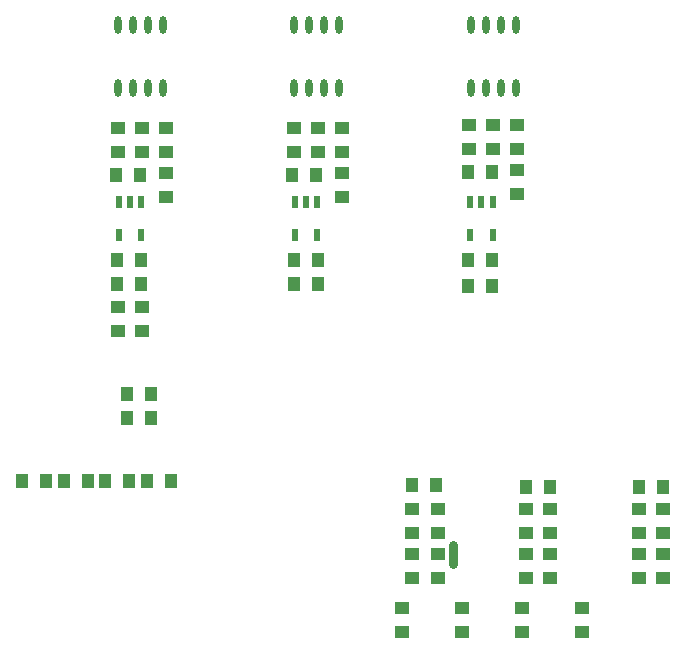
<source format=gtp>
G04 Layer_Color=8421504*
%FSLAX25Y25*%
%MOIN*%
G70*
G01*
G75*
%ADD10R,0.05000X0.04000*%
%ADD11R,0.04000X0.05000*%
%ADD12R,0.02362X0.03937*%
%ADD13O,0.02362X0.05906*%
%ADD15C,0.03000*%
D10*
X-42500Y43500D02*
D03*
Y35500D02*
D03*
X-62500Y43500D02*
D03*
Y35500D02*
D03*
X-82500Y43500D02*
D03*
Y35500D02*
D03*
X-102500Y43500D02*
D03*
Y35500D02*
D03*
X-90500Y53500D02*
D03*
Y61500D02*
D03*
X-99000D02*
D03*
Y53500D02*
D03*
Y76500D02*
D03*
Y68500D02*
D03*
X-90500Y76500D02*
D03*
Y68500D02*
D03*
X-53000Y53500D02*
D03*
Y61500D02*
D03*
X-61000D02*
D03*
Y53500D02*
D03*
X-53000Y76500D02*
D03*
Y68500D02*
D03*
X-61000Y76500D02*
D03*
Y68500D02*
D03*
X-23500Y61500D02*
D03*
Y53500D02*
D03*
X-15500D02*
D03*
Y61500D02*
D03*
Y76500D02*
D03*
Y68500D02*
D03*
X-23500Y76500D02*
D03*
Y68500D02*
D03*
X-197158Y203500D02*
D03*
Y195500D02*
D03*
X-189157Y203500D02*
D03*
Y195500D02*
D03*
X-181158Y203500D02*
D03*
Y195500D02*
D03*
Y180500D02*
D03*
Y188500D02*
D03*
X-138500Y203500D02*
D03*
Y195500D02*
D03*
X-122500Y203500D02*
D03*
Y195500D02*
D03*
X-130500Y203500D02*
D03*
Y195500D02*
D03*
X-122500Y180500D02*
D03*
Y188500D02*
D03*
X-64000Y181500D02*
D03*
Y189500D02*
D03*
Y204500D02*
D03*
Y196500D02*
D03*
X-80000Y204500D02*
D03*
Y196500D02*
D03*
X-72000Y204500D02*
D03*
Y196500D02*
D03*
X-197000Y144000D02*
D03*
Y136000D02*
D03*
X-189000Y144000D02*
D03*
Y136000D02*
D03*
D11*
X-229000Y86000D02*
D03*
X-221000D02*
D03*
X-215000D02*
D03*
X-207000D02*
D03*
X-179500D02*
D03*
X-187500D02*
D03*
X-193500D02*
D03*
X-201500D02*
D03*
X-99000Y84500D02*
D03*
X-91000D02*
D03*
X-61000Y84000D02*
D03*
X-53000D02*
D03*
X-23500D02*
D03*
X-15500D02*
D03*
X-189657Y188000D02*
D03*
X-197658D02*
D03*
X-197500Y159500D02*
D03*
X-189500D02*
D03*
Y151500D02*
D03*
X-197500D02*
D03*
X-131000Y188000D02*
D03*
X-139000D02*
D03*
X-138500Y159500D02*
D03*
X-130500D02*
D03*
Y151500D02*
D03*
X-138500D02*
D03*
X-72500Y151000D02*
D03*
X-80500D02*
D03*
Y159500D02*
D03*
X-72500D02*
D03*
Y189000D02*
D03*
X-80500D02*
D03*
X-186000Y115000D02*
D03*
X-194000D02*
D03*
X-186000Y107000D02*
D03*
X-194000D02*
D03*
D12*
X-189417Y178913D02*
D03*
X-193157D02*
D03*
X-196898D02*
D03*
Y168087D02*
D03*
X-189417D02*
D03*
X-130760Y178913D02*
D03*
X-134500D02*
D03*
X-138240D02*
D03*
Y168087D02*
D03*
X-130760D02*
D03*
X-72260Y178913D02*
D03*
X-76000D02*
D03*
X-79740D02*
D03*
Y168087D02*
D03*
X-72260D02*
D03*
D13*
X-197000Y216870D02*
D03*
X-192000D02*
D03*
X-187000D02*
D03*
X-182000D02*
D03*
X-197000Y238130D02*
D03*
X-192000D02*
D03*
X-187000D02*
D03*
X-182000D02*
D03*
X-79500Y216870D02*
D03*
X-74500D02*
D03*
X-69500D02*
D03*
X-64500D02*
D03*
X-79500Y238130D02*
D03*
X-74500D02*
D03*
X-69500D02*
D03*
X-64500D02*
D03*
X-138500Y216870D02*
D03*
X-133500D02*
D03*
X-128500D02*
D03*
X-123500D02*
D03*
X-138500Y238130D02*
D03*
X-133500D02*
D03*
X-128500D02*
D03*
X-123500D02*
D03*
D15*
X-85500Y58464D02*
Y64535D01*
M02*

</source>
